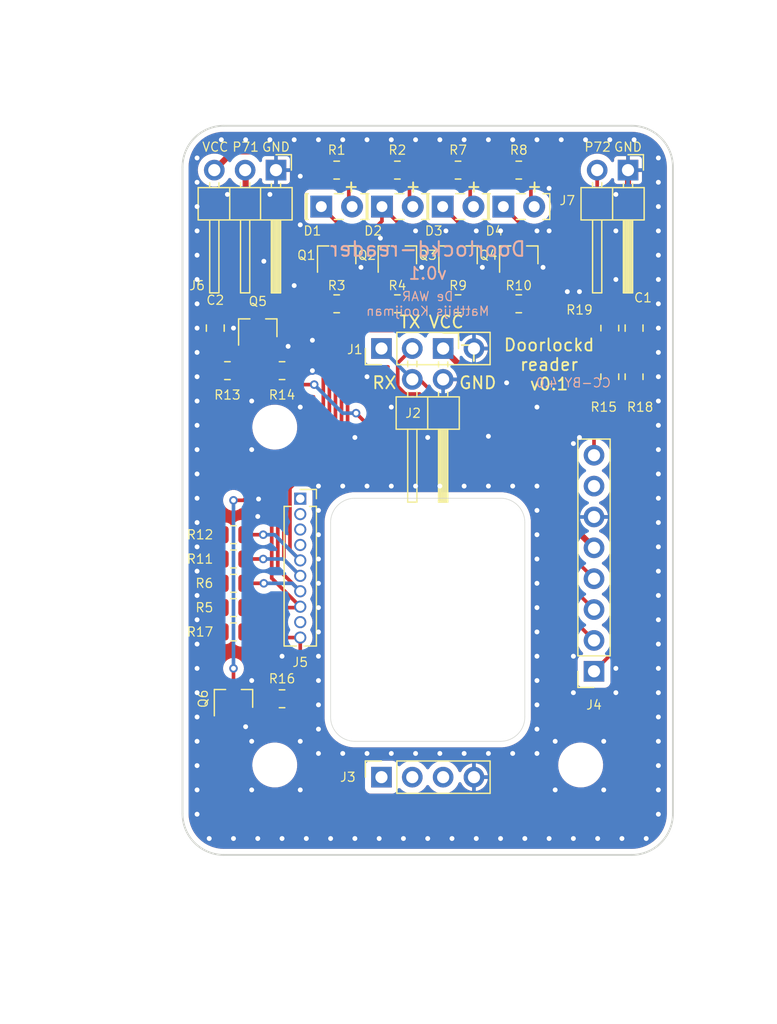
<source format=kicad_pcb>
(kicad_pcb (version 20221018) (generator pcbnew)
  (layers (0 "F.Cu" signal) (31 "B.Cu" power) (34 "B.Paste" user) (35 "F.Paste" user) (36 "B.SilkS" user "B.Silkscreen") (37 "F.SilkS" user "F.Silkscreen") (38 "B.Mask" user) (39 "F.Mask" user) (44 "Edge.Cuts" user))
  (net 0 "")
  (net 1 "GND")
  (net 2 "Net-(D1-K)")
  (net 3 "Net-(D1-A)")
  (net 4 "Net-(D2-K)")
  (net 5 "Net-(D2-A)")
  (net 6 "Net-(D3-K)")
  (net 7 "Net-(D3-A)")
  (net 8 "Net-(D4-K)")
  (net 9 "Net-(D4-A)")
  (net 10 "TX")
  (net 11 "RX")
  (net 12 "TX_SHIFTED")
  (net 13 "RX_SHIFTED")
  (net 14 "RSTOUT_N")
  (net 15 "IRQ")
  (net 16 "P71")
  (net 17 "P72")
  (net 18 "AUX1")
  (net 19 "AUX2")
  (net 20 "P30")
  (net 21 "P31")
  (net 22 "P32")
  (net 23 "P33")
  (net 24 "P34")
  (net 25 "SIGOUT")
  (net 26 "SIGIN")
  (net 27 "RSTPD_N")
  (net 28 "VCC")
  (net 29 "Net-(J6-Pin_2)")
  (net 30 "Net-(Q1-G)")
  (net 31 "Net-(Q2-G)")
  (net 32 "Net-(Q3-G)")
  (net 33 "Net-(Q4-G)")
  (net 34 "Net-(Q5-G)")
  (net 35 "UNUSED_VCC")
  (net 36 "Net-(Q6-G)")
  (net 37 "Net-(C1-Pad1)")
  (net 38 "Net-(J7-Pin_2)")
  (footprint "Capacitor_SMD:C_0805_2012Metric_Pad1.18x1.45mm_HandSolder" (layer "F.Cu") (at 117 78 90)
    (fp_text reference "C1")
    (fp_text value "1uF")
  )
  (footprint "LED_THT:LED_Rectangular_W5.0mm_H2.0mm" (layer "F.Cu") (at 101.23 68)
    (fp_text reference "D3")
    (fp_text value "LED")
  )
  (footprint "LED_THT:LED_Rectangular_W5.0mm_H2.0mm" (layer "F.Cu") (at 91.23 68)
    (fp_text reference "D1")
    (fp_text value "LED")
  )
  (footprint "LED_THT:LED_Rectangular_W5.0mm_H2.0mm" (layer "F.Cu") (at 96.23 68)
    (fp_text reference "D2")
    (fp_text value "LED")
  )
  (footprint "LED_THT:LED_Rectangular_W5.0mm_H2.0mm" (layer "F.Cu") (at 106.23 68)
    (fp_text reference "D4")
    (fp_text value "LED")
  )
  (footprint "Connector_PinSocket_2.54mm:PinSocket_1x04_P2.54mm_Vertical" (layer "F.Cu") (at 96.19 114.95 90)
    (fp_text reference "J3")
    (fp_text value "Conn_01x04")
  )
  (footprint "Connector_PinSocket_2.54mm:PinSocket_1x08_P2.54mm_Vertical" (layer "F.Cu") (at 113.7 106.24 180)
    (fp_text reference "J4")
    (fp_text value "Conn_01x08")
  )
  (footprint "Connector_PinSocket_1.27mm:PinSocket_1x10_P1.27mm_Vertical" (layer "F.Cu") (at 89.5 92.035)
    (fp_text reference "J5")
    (fp_text value "Conn_01x10")
  )
  (footprint "Connector_PinHeader_2.54mm:PinHeader_1x02_P2.54mm_Horizontal" (layer "F.Cu") (at 116.5 65 -90)
    (fp_text reference "J7")
    (fp_text value "Conn_01x02")
  )
  (footprint "Connector_PinHeader_2.54mm:PinHeader_1x03_P2.54mm_Horizontal" (layer "F.Cu") (at 87.5 65 -90)
    (fp_text reference "J6")
    (fp_text value "Conn_01x03")
  )
  (footprint "Package_TO_SOT_SMD:SOT-23" (layer "F.Cu") (at 86 78 90)
    (fp_text reference "Q5")
    (fp_text value "2N7002")
  )
  (footprint "Package_TO_SOT_SMD:SOT-23" (layer "F.Cu") (at 102.5 72 90)
    (fp_text reference "Q3")
    (fp_text value "2N7002")
  )
  (footprint "Package_TO_SOT_SMD:SOT-23" (layer "F.Cu") (at 92.5 72 90)
    (fp_text reference "Q1")
    (fp_text value "2N7002")
  )
  (footprint "Package_TO_SOT_SMD:SOT-23" (layer "F.Cu") (at 97.5 72 90)
    (fp_text reference "Q2")
    (fp_text value "2N7002")
  )
  (footprint "Package_TO_SOT_SMD:SOT-23" (layer "F.Cu") (at 107.5 72 90)
    (fp_text reference "Q4")
    (fp_text value "2N7002")
  )
  (footprint "Resistor_SMD:R_0805_2012Metric_Pad1.20x1.40mm_HandSolder" (layer "F.Cu") (at 88 81.5)
    (fp_text reference "R14")
    (fp_text value "1k")
  )
  (footprint "Resistor_SMD:R_0805_2012Metric_Pad1.20x1.40mm_HandSolder" (layer "F.Cu") (at 83.5 81.5)
    (fp_text reference "R13")
    (fp_text value "1k")
  )
  (footprint "Resistor_SMD:R_0805_2012Metric_Pad1.20x1.40mm_HandSolder" (layer "F.Cu") (at 115 82 90)
    (fp_text reference "R15")
    (fp_text value "100k")
  )
  (footprint "Resistor_SMD:R_0805_2012Metric_Pad1.20x1.40mm_HandSolder" (layer "F.Cu") (at 84 97 180)
    (fp_text reference "R11")
    (fp_text value "1k")
  )
  (footprint "Resistor_SMD:R_0805_2012Metric_Pad1.20x1.40mm_HandSolder" (layer "F.Cu") (at 84 101 180)
    (fp_text reference "R5")
    (fp_text value "1k")
  )
  (footprint "Resistor_SMD:R_0805_2012Metric_Pad1.20x1.40mm_HandSolder" (layer "F.Cu") (at 102.5 76)
    (fp_text reference "R9")
    (fp_text value "1k")
  )
  (footprint "Resistor_SMD:R_0805_2012Metric_Pad1.20x1.40mm_HandSolder" (layer "F.Cu") (at 92.5 76)
    (fp_text reference "R3")
    (fp_text value "1k")
  )
  (footprint "Resistor_SMD:R_0805_2012Metric_Pad1.20x1.40mm_HandSolder" (layer "F.Cu") (at 102.5 65)
    (fp_text reference "R7")
    (fp_text value "200R")
  )
  (footprint "Resistor_SMD:R_0805_2012Metric_Pad1.20x1.40mm_HandSolder" (layer "F.Cu") (at 92.5 65)
    (fp_text reference "R1")
    (fp_text value "100R")
  )
  (footprint "Resistor_SMD:R_0805_2012Metric_Pad1.20x1.40mm_HandSolder" (layer "F.Cu") (at 84 99 180)
    (fp_text reference "R6")
    (fp_text value "1k")
  )
  (footprint "Resistor_SMD:R_0805_2012Metric_Pad1.20x1.40mm_HandSolder" (layer "F.Cu") (at 84 95 180)
    (fp_text reference "R12")
    (fp_text value "1k")
  )
  (footprint "Resistor_SMD:R_0805_2012Metric_Pad1.20x1.40mm_HandSolder" (layer "F.Cu") (at 97.5 76)
    (fp_text reference "R4")
    (fp_text value "1k")
  )
  (footprint "Resistor_SMD:R_0805_2012Metric_Pad1.20x1.40mm_HandSolder" (layer "F.Cu") (at 107.5 76)
    (fp_text reference "R10")
    (fp_text value "1k")
  )
  (footprint "Resistor_SMD:R_0805_2012Metric_Pad1.20x1.40mm_HandSolder" (layer "F.Cu") (at 97.5 65)
    (fp_text reference "R2")
    (fp_text value "100R")
  )
  (footprint "Resistor_SMD:R_0805_2012Metric_Pad1.20x1.40mm_HandSolder" (layer "F.Cu") (at 107.5 65)
    (fp_text reference "R8")
    (fp_text value "100R")
  )
  (footprint "Connector_PinHeader_2.54mm:PinHeader_2x02_P2.54mm_Horizontal" (layer "F.Cu") (at 101.27 79.68 -90)
    (fp_text reference "J2")
    (fp_text value "Amphenol Dubox ‎76383-402LF‎")
  )
  (footprint "MountingHole:MountingHole_3.2mm_M3" (layer "F.Cu") (at 87.4 86.15)
    (fp_text reference "H1" hide)
    (fp_text value "MountingHole")
  )
  (footprint "MountingHole:MountingHole_3.2mm_M3" (layer "F.Cu") (at 87.4 113.95)
    (fp_text reference "H2" hide)
    (fp_text value "MountingHole")
  )
  (footprint "MountingHole:MountingHole_3.2mm_M3" (layer "F.Cu") (at 112.6 113.95)
    (fp_text reference "H3" hide)
    (fp_text value "MountingHole")
  )
  (footprint "Connector_PinHeader_2.54mm:PinHeader_1x04_P2.54mm_Vertical" (layer "F.Cu") (at 96.19 79.68 90)
    (fp_text reference "J1")
    (fp_text value "Conn_01x04")
  )
  (footprint "Package_TO_SOT_SMD:SOT-23" (layer "F.Cu") (at 84 108.5 90)
    (fp_text reference "Q6")
    (fp_text value "2N7002")
  )
  (footprint "Resistor_SMD:R_0805_2012Metric_Pad1.20x1.40mm_HandSolder" (layer "F.Cu") (at 88 108.5)
    (fp_text reference "R16")
    (fp_text value "1k")
  )
  (footprint "Resistor_SMD:R_0805_2012Metric_Pad1.20x1.40mm_HandSolder" (layer "F.Cu") (at 84 103 180)
    (fp_text reference "R17")
    (fp_text value "1k")
  )
  (footprint "Capacitor_SMD:C_0805_2012Metric_Pad1.18x1.45mm_HandSolder" (layer "F.Cu") (at 82.5 78 90)
    (fp_text reference "C2")
    (fp_text value "100n")
  )
  (footprint "Resistor_SMD:R_0805_2012Metric_Pad1.20x1.40mm_HandSolder" (layer "F.Cu") (at 117 82 90)
    (fp_text reference "R18")
    (fp_text value "1k")
  )
  (footprint "Resistor_SMD:R_0805_2012Metric_Pad1.20x1.40mm_HandSolder" (layer "F.Cu") (at 115 78 90)
    (fp_text reference "R19")
    (fp_text value "100R")
  )
  (gr_line (start 103.5 79.4) (end 102.8 79.4) (stroke (width 0.15)) (layer "F.SilkS"))
  (gr_line (start 103.8 80.7) (end 103.8 80.2) (stroke (width 0.15)) (layer "F.SilkS"))
  (gr_line (start 94 92) (end 106 92) (stroke (width 0.05)) (layer "Edge.Cuts"))
  (gr_line (start 83.2 121.35) (end 116.8 121.35) (stroke (width 0.15)) (layer "Edge.Cuts"))
  (gr_arc (start 83.2 121.35) (mid 80.795837 120.354163) (end 79.8 117.95) (stroke (width 0.15)) (layer "Edge.Cuts"))
  (gr_arc (start 120.2 117.95) (mid 119.204163 120.354163) (end 116.8 121.35) (stroke (width 0.15)) (layer "Edge.Cuts"))
  (gr_line (start 79.8 64.75) (end 79.8 117.95) (stroke (width 0.15)) (layer "Edge.Cuts"))
  (gr_line (start 116.8 61.35) (end 83.2 61.35) (stroke (width 0.15)) (layer "Edge.Cuts"))
  (gr_arc (start 116.8 61.35) (mid 119.204163 62.345837) (end 120.2 64.75) (stroke (width 0.15)) (layer "Edge.Cuts"))
  (gr_arc (start 79.8 64.75) (mid 80.795837 62.345837) (end 83.2 61.35) (stroke (width 0.15)) (layer "Edge.Cuts"))
  (gr_line (start 106 112) (end 94 112) (stroke (width 0.05)) (layer "Edge.Cuts"))
  (gr_line (start 108 94) (end 108 110) (stroke (width 0.05)) (layer "Edge.Cuts"))
  (gr_arc (start 108 110) (mid 107.414214 111.414214) (end 106 112) (stroke (width 0.05)) (layer "Edge.Cuts"))
  (gr_arc (start 92 94) (mid 92.585786 92.585786) (end 94 92) (stroke (width 0.05)) (layer "Edge.Cuts"))
  (gr_line (start 120.2 117.95) (end 120.2 64.75) (stroke (width 0.15)) (layer "Edge.Cuts"))
  (gr_arc (start 106 92) (mid 107.414214 92.585786) (end 108 94) (stroke (width 0.05)) (layer "Edge.Cuts"))
  (gr_line (start 92 110) (end 92 94) (stroke (width 0.05)) (layer "Edge.Cuts"))
  (gr_arc (start 94 112) (mid 92.585786 111.414214) (end 92 110) (stroke (width 0.05)) (layer "Edge.Cuts"))
  (gr_text "De WAR\nMatthijs Kooijman" (at 100 76) (layer "B.SilkS") (effects (font (size 0.75 0.75) (thickness 0.1)) (justify mirror)))
  (gr_text "CC-BY 4.0" (at 112 82.5) (layer "B.SilkS") (effects (font (size 0.75 0.75) (thickness 0.1)) (justify mirror)))
  (gr_text "v0.1" (at 100 73.5) (layer "B.SilkS") (effects (font (size 1 1)) (justify mirror)))
  (gr_text "Doorlockd-reader" (at 100 71.5) (layer "B.SilkS") (effects (font (size 1.2 1.2) (thickness 0.17)) (justify mirror)))
  (gr_text "RX" (at 97.5 82.5) (layer "F.SilkS") (effects (font (size 1 1)) (justify right)))
  (gr_text "TX" (at 99.5 77.5) (layer "F.SilkS") (effects (font (size 1 1)) (justify right)))
  (gr_text "VCC" (at 100 77.5) (layer "F.SilkS") (effects (font (size 1 1)) (justify left)))
  (gr_text "GND" (at 116.5 63.1) (layer "F.SilkS") (effects (font (size 0.75 0.75) (thickness 0.1))))
  (gr_text "P72" (at 114 63.1) (layer "F.SilkS") (effects (font (size 0.75 0.75) (thickness 0.1))))
  (gr_text "GND" (at 87.5 63.1) (layer "F.SilkS") (effects (font (size 0.75 0.75) (thickness 0.1))))
  (gr_text "VCC" (at 82.5 63.1) (layer "F.SilkS") (effects (font (size 0.75 0.75) (thickness 0.1))))
  (gr_text "P71" (at 85 63.1) (layer "F.SilkS") (effects (font (size 0.75 0.75) (thickness 0.1))))
  (gr_text "Doorlockd\nreader\nv0.1" (at 110 81) (layer "F.SilkS") (effects (font (size 1 1))))
  (gr_text "+" (at 108.8 66.9) (layer "F.SilkS") (effects (font (size 1 1)) (justify bottom)))
  (gr_text "GND" (at 102.5 82.5) (layer "F.SilkS") (effects (font (size 1 1)) (justify left)))
  (gr_text "+" (at 103.8 66.9) (layer "F.SilkS") (effects (font (size 1 1)) (justify bottom)))
  (gr_text "+" (at 98.8 66.9) (layer "F.SilkS") (effects (font (size 1 1)) (justify bottom)))
  (gr_text "+" (at 93.7 66.9) (layer "F.SilkS") (effects (font (size 1 1)) (justify bottom)))
  (segment (start 89 80) (end 89 81.5) (width 0.5) (layer "F.Cu") (net 1))
  (segment (start 88 79) (end 88.5 79.5) (width 0.5) (layer "F.Cu") (net 1))
  (segment (start 88.5 79.5) (end 89 80) (width 0.5) (layer "F.Cu") (net 1))
  (segment (start 86.95 79) (end 88 79) (width 0.5) (layer "F.Cu") (net 1))
  (segment (start 84.95 109.5) (end 84.95 110.75) (width 0.5) (layer "F.Cu") (net 1))
  (segment (start 84.95 110.75) (end 85 110.8) (width 0.5) (layer "F.Cu") (net 1))
  (segment (start 98.45 73) (end 98.5 73) (width 0.5) (layer "F.Cu") (net 1))
  (segment (start 116.5 73) (end 117 73.5) (width 0.5) (layer "F.Cu") (net 1))
  (segment (start 117 73.5) (end 117 76.9625) (width 0.5) (layer "F.Cu") (net 1))
  (segment (start 93.45 73) (end 94.5 73) (width 0.5) (layer "F.Cu") (net 1))
  (segment (start 98.5 73) (end 99.5 73) (width 0.5) (layer "F.Cu") (net 1))
  (segment (start 116.5 65) (end 116.5 73) (width 0.5) (layer "F.Cu") (net 1))
  (segment (start 108.45 73) (end 109.5 73) (width 0.5) (layer "F.Cu") (net 1))
  (segment (start 103.45 73) (end 104.5 73) (width 0.5) (layer "F.Cu") (net 1))
  (via (at 81 94) (size 0.7) (drill 0.4) (layers "F.Cu" "B.Cu") (net 1))
  (via (at 91 111) (size 0.7) (drill 0.4) (layers "F.Cu" "B.Cu") (net 1))
  (via (at 91 101) (size 0.7) (drill 0.4) (layers "F.Cu" "B.Cu") (net 1))
  (via (at 116 120) (size 0.7) (drill 0.4) (layers "F.Cu" "B.Cu") (net 1))
  (via (at 119 88) (size 0.7) (drill 0.4) (layers "F.Cu" "B.Cu") (net 1))
  (via (at 95 62.5) (size 0.7) (drill 0.4) (layers "F.Cu" "B.Cu") (net 1))
  (via (at 96 120) (size 0.7) (drill 0.4) (layers "F.Cu" "B.Cu") (net 1))
  (via (at 107 62.5) (size 0.7) (drill 0.4) (layers "F.Cu" "B.Cu") (net 1))
  (via (at 83 62.5) (size 0.7) (drill 0.4) (layers "F.Cu" "B.Cu") (net 1))
  (via (at 95 91) (size 0.7) (drill 0.4) (layers "F.Cu" "B.Cu") (net 1))
  (via (at 93 62.5) (size 0.7) (drill 0.4) (layers "F.Cu" "B.Cu") (net 1))
  (via (at 85.5 112) (size 0.7) (drill 0.4) (layers "F.Cu" "B.Cu") (net 1))
  (via (at 109 103) (size 0.7) (drill 0.4) (layers "F.Cu" "B.Cu") (net 1))
  (via (at 108 120) (size 0.7) (drill 0.4) (layers "F.Cu" "B.Cu") (net 1))
  (via (at 106 120) (size 0.7) (drill 0.4) (layers "F.Cu" "B.Cu") (net 1))
  (via (at 81 114) (size 0.7) (drill 0.4) (layers "F.Cu" "B.Cu") (net 1))
  (via (at 81 116) (size 0.7) (drill 0.4) (layers "F.Cu" "B.Cu") (net 1))
  (via (at 119 110) (size 0.7) (drill 0.4) (layers "F.Cu" "B.Cu") (net 1))
  (via (at 104 120) (size 0.7) (drill 0.4) (layers "F.Cu" "B.Cu") (net 1))
  (via (at 81 118) (size 0.7) (drill 0.4) (layers "F.Cu" "B.Cu") (net 1))
  (via (at 115.5 74) (size 0.7) (drill 0.4) (layers "F.Cu" "B.Cu") (net 1))
  (via (at 119 66) (size 0.7) (drill 0.4) (layers "F.Cu" "B.Cu") (net 1))
  (via (at 100 120) (size 0.7) (drill 0.4) (layers "F.Cu" "B.Cu") (net 1))
  (via (at 119 84) (size 0.7) (drill 0.4) (layers "F.Cu" "B.Cu") (net 1))
  (via (at 88 120) (size 0.7) (drill 0.4) (layers "F.Cu" "B.Cu") (net 1))
  (via (at 89 74.5) (size 0.7) (drill 0.4) (layers "F.Cu" "B.Cu") (net 1))
  (via (at 84 120) (size 0.7) (drill 0.4) (layers "F.Cu" "B.Cu") (net 1))
  (via (at 119 96) (size 0.7) (drill 0.4) (layers "F.Cu" "B.Cu") (net 1))
  (via (at 91 103) (size 0.7) (drill 0.4) (layers "F.Cu" "B.Cu") (net 1))
  (via (at 112 105) (size 0.7) (drill 0.4) (layers "F.Cu" "B.Cu") (net 1))
  (via (at 102 120) (size 0.7) (drill 0.4) (layers "F.Cu" "B.Cu") (net 1))
  (via (at 119 92) (size 0.7) (drill 0.4) (layers "F.Cu" "B.Cu") (net 1))
  (via (at 81 80) (size 0.7) (drill 0.4) (layers "F.Cu" "B.Cu") (net 1))
  (via (at 119 74) (size 0.7) (drill 0.4) (layers "F.Cu" "B.Cu") (net 1))
  (via (at 94 120) (size 0.7) (drill 0.4) (layers "F.Cu" "B.Cu") (net 1))
  (via (at 81 82) (size 0.7) (drill 0.4) (layers "F.Cu" "B.Cu") (net 1))
  (via (at 109 99) (size 0.7) (drill 0.4) (layers "F.Cu" "B.Cu") (net 1))
  (via (at 88.5 79.5) (size 0.7) (drill 0.4) (layers "F.Cu" "B.Cu") (net 1))
  (via (at 92 120) (size 0.7) (drill 0.4) (layers "F.Cu" "B.Cu") (net 1))
  (via (at 101 62.5) (size 0.7) (drill 0.4) (layers "F.Cu" "B.Cu") (net 1))
  (via (at 103 62.5) (size 0.7) (drill 0.4) (layers "F.Cu" "B.Cu") (net 1))
  (via (at 109 107) (size 0.7) (drill 0.4) (layers "F.Cu" "B.Cu") (net 1))
  (via (at 109 62.5) (size 0.7) (drill 0.4) (layers "F.Cu" "B.Cu") (net 1))
  (via (at 99 62.5) (size 0.7) (drill 0.4) (layers "F.Cu" "B.Cu") (net 1))
  (via (at 104 70) (size 0.7) (drill 0.4) (layers "F.Cu" "B.Cu") (net 1))
  (via (at 96.1 70.6) (size 0.7) (drill 0.4) (layers "F.Cu" "B.Cu") (net 1))
  (via (at 81 86) (size 0.7) (drill 0.4) (layers "F.Cu" "B.Cu") (net 1))
  (via (at 81 104) (size 0.7) (drill 0.4) (layers "F.Cu" "B.Cu") (net 1))
  (via (at 85 62.5) (size 0.7) (drill 0.4) (layers "F.Cu" "B.Cu") (net 1))
  (via (at 101 91) (size 0.7) (drill 0.4) (layers "F.Cu" "B.Cu") (net 1))
  (via (at 119 64) (size 0.7) (drill 0.4) (layers "F.Cu" "B.Cu") (net 1))
  (via (at 115.5 70) (size 0.7) (drill 0.4) (layers "F.Cu" "B.Cu") (net 1))
  (via (at 89.5 112) (size 0.7) (drill 0.4) (layers "F.Cu" "B.Cu") (net 1))
  (via (at 89.5 84.5) (size 0.7) (drill 0.4) (layers "F.Cu" "B.Cu") (net 1))
  (via (at 81 96) (size 0.7) (drill 0.4) (layers "F.Cu" "B.Cu") (net 1))
  (via (at 101 113) (size 0.7) (drill 0.4) (layers "F.Cu" "B.Cu") (net 1))
  (via (at 99 70) (size 0.7) (drill 0.4) (layers "F.Cu" "B.Cu") (net 1))
  (via (at 109 93) (size 0.7) (drill 0.4) (layers "F.Cu" "B.Cu") (net 1))
  (via (at 119 70) (size 0.7) (drill 0.4) (layers "F.Cu" "B.Cu") (net 1))
  (via (at 85.5 84) (size 0.7) (drill 0.4) (layers "F.Cu" "B.Cu") (net 1))
  (via (at 112 120) (size 0.7) (drill 0.4) (layers "F.Cu" "B.Cu") (net 1))
  (via (at 112 87.5) (size 0.7) (drill 0.4) (layers "F.Cu" "B.Cu") (net 1))
  (via (at 119 100) (size 0.7) (drill 0.4) (layers "F.Cu" "B.Cu") (net 1))
  (via (at 91 95) (size 0.7) (drill 0.4) (layers "F.Cu" "B.Cu") (net 1))
  (via (at 85.5 116) (size 0.7) (drill 0.4) (layers "F.Cu" "B.Cu") (net 1))
  (via (at 82 120) (size 0.7) (drill 0.4) (layers "F.Cu" "B.Cu") (net 1))
  (via (at 86.5 72.5) (size 0.7) (drill 0.4) (layers "F.Cu" "B.Cu") (net 1))
  (via (at 119 72) (size 0.7) (drill 0.4) (layers "F.Cu" "B.Cu") (net 1))
  (via (at 114.5 112) (size 0.7) (drill 0.4) (layers "F.Cu" "B.Cu") (net 1))
  (via (at 114.5 116) (size 0.7) (drill 0.4) (layers "F.Cu" "B.Cu") (net 1))
  (via (at 119 82) (size 0.7) (drill 0.4) (layers "F.Cu" "B.Cu") (net 1))
  (via (at 100 87) (size 0.7) (drill 0.4) (layers "F.Cu" "B.Cu") (net 1))
  (via (at 81 106) (size 0.7) (drill 0.4) (layers "F.Cu" "B.Cu") (net 1))
  (via (at 84 78) (size 0.7) (drill 0.4) (layers "F.Cu" "B.Cu") (net 1))
  (via (at 115.5 67) (size 0.7) (drill 0.4) (layers "F.Cu" "B.Cu") (net 1))
  (via (at 119 78) (size 0.7) (drill 0.4) (layers "F.Cu" "B.Cu") (net 1))
  (via (at 109.5 73) (size 0.7) (drill 0.4) (layers "F.Cu" "B.Cu") (net 1))
  (via (at 81 92) (size 0.7) (drill 0.4) (layers "F.Cu" "B.Cu") (net 1))
  (via (at 119 98) (size 0.7) (drill 0.4) (layers "F.Cu" "B.Cu") (net 1))
  (via (at 110 66.5) (size 0.7) (drill 0.4) (layers "F.Cu" "B.Cu") (net 1))
  (via (at 109 97) (size 0.7) (drill 0.4) (layers "F.Cu" "B.Cu") (net 1))
  (via (at 109 105) (size 0.7) (drill 0.4) (layers "F.Cu" "B.Cu") (net 1))
  (via (at 97 91) (size 0.7) (drill 0.4) (layers "F.Cu" "B.Cu") (net 1))
  (via (at 105 86.9) (size 0.7) (drill 0.4) (layers "F.Cu" "B.Cu") (net 1))
  (via (at 81 110) (size 0.7) (drill 0.4) (layers "F.Cu" "B.Cu") (net 1))
  (via (at 94 87) (size 0.7) (drill 0.4) (layers "F.Cu" "B.Cu") (net 1))
  (via (at 119 94) (size 0.7) (drill 0.4) (layers "F.Cu" "B.Cu") (net 1))
  (via (at 86.065686 92.065686) (size 0.7) (drill 0.4) (layers "F.Cu" "B.Cu") (net 1))
  (via (at 103 91) (size 0.7) (drill 0.4) (layers "F.Cu" "B.Cu") (net 1))
  (via (at 81 78) (size 0.7) (drill 0.4) (layers "F.Cu" "B.Cu") (net 1))
  (via (at 98 120) (size 0.7) (drill 0.4) (layers "F.Cu" "B.Cu") (net 1))
  (via (at 99 91) (size 0.7) (drill 0.4) (layers "F.Cu" "B.Cu") (net 1))
  (via (at 89 62.5) (size 0.7) (drill 0.4) (layers "F.Cu" "B.Cu") (net 1))
  (via (at 86 120) (size 0.7) (drill 0.4) (layers "F.Cu" "B.Cu") (net 1))
  (via (at 110 120) (size 0.7) (drill 0.4) (layers "F.Cu" "B.Cu") (net 1))
  (via (at 105 113) (size 0.7) (drill 0.4) (layers "F.Cu" "B.Cu") (net 1))
  (via (at 91 91) (size 0.7) (drill 0.4) (layers "F.Cu" "B.Cu") (net 1))
  (via (at 109 101) (size 0.7) (drill 0.4) (layers "F.Cu" "B.Cu") (net 1))
  (via (at 81 74) (size 0.7) (drill 0.4) (layers "F.Cu" "B.Cu") (net 1))
  (via (at 81 84) (size 0.7) (drill 0.4) (layers "F.Cu" "B.Cu") (net 1))
  (via (at 81 112) (size 0.7) (drill 0.4) (layers "F.Cu" "B.Cu") (net 1))
  (via (at 119 118) (size 0.7) (drill 0.4) (layers "F.Cu" "B.Cu") (net 1))
  (via (at 119 68) (size 0.7) (drill 0.4) (layers "F.Cu" "B.Cu") (net 1))
  (via (at 109 70) (size 0.7) (drill 0.4) (layers "F.Cu" "B.Cu") (net 1))
  (via (at 119 86) (size 0.7) (drill 0.4) (layers "F.Cu" "B.Cu") (net 1))
  (via (at 112.5 75) (size 0.7) (drill 0.4) (layers "F.Cu" "B.Cu") (net 1))
  (via (at 114 120) (size 0.7) (drill 0.4) (layers "F.Cu" "B.Cu") (net 1))
  (via (at 107 113) (size 0.7) (drill 0.4) (layers "F.Cu" "B.Cu") (net 1))
  (via (at 107 91) (size 0.7) (drill 0.4) (layers "F.Cu" "B.Cu") (net 1))
  (via (at 119 116) (size 0.7) (drill 0.4) (layers "F.Cu" "B.Cu") (net 1))
  (via (at 110 70) (size 0.7) (drill 0.4) (layers "F.Cu" "B.Cu") (net 1))
  (via (at 117 62.5) (size 0.7) (drill 0.4) (layers "F.Cu" "B.Cu") (net 1))
  (via (at 91 105) (size 0.7) (drill 0.4) (layers "F.Cu" "B.Cu") (net 1))
  (via (at 90 120) (size 0.7) (drill 0.4) (layers "F.Cu" "B.Cu") (net 1))
  (via (at 89.5 65.5) (size 0.7) (drill 0.4) (layers "F.Cu" "B.Cu") (net 1))
  (via (at 81 70) (size 0.7) (drill 0.4) (layers "F.Cu" "B.Cu") (net 1))
  (via (at 81 68) (size 0.7) (drill 0.4) (layers "F.Cu" "B.Cu") (net 1))
  (via (at 90.5 79) (size 0.7) (drill 0.4) (layers "F.Cu" "B.Cu") (net 1))
  (via (at 95 82) (size 0.7) (drill 0.4) (layers "F.Cu" "B.Cu") (net 1))
  (via (at 97 62.5) (size 0.7) (drill 0.4) (layers "F.Cu" "B.Cu") (net 1))
  (via (at 119 114) (size 0.7) (drill 0.4) (layers "F.Cu" "B.Cu") (net 1))
  (via (at 91 107) (size 0.7) (drill 0.4) (layers "F.Cu" "B.Cu") (net 1))
  (via (at 119 104) (size 0.7) (drill 0.4) (layers "F.Cu" "B.Cu") (net 1))
  (via (at 111.5 75) (size 0.7) (drill 0.4) (layers "F.Cu" "B.Cu") (net 1))
  (via (at 81 100) (size 0.7) (drill 0.4) (layers "F.Cu" "B.Cu") (net 1))
  (via (at 118 120) (size 0.7) (drill 0.4) (layers "F.Cu" "B.Cu") (net 1))
  (via (at 119 90) (size 0.7) (drill 0.4) (layers "F.Cu" "B.Cu") (net 1))
  (via (at 113 62.5) (size 0.7) (drill 0.4) (layers "F.Cu" "B.Cu") (net 1))
  (via (at 85.5 107) (size 0.7) (drill 0.4) (layers "F.Cu" "B.Cu") (net 1))
  (via (at 115.5 108) (size 0.7) (drill 0.4) (layers "F.Cu" "B.Cu") (net 1))
  (via (at 97 113) (size 0.7) (drill 0.4) (layers "F.Cu" "B.Cu") (net 1))
  (via (at 109 109) (size 0.7) (drill 0.4) (layers "F.Cu" "B.Cu") (net 1))
  (via (at 94.5 73) (size 0.7) (drill 0.4) (layers "F.Cu" "B.Cu") (net 1))
  (via (at 91 113) (size 0.7) (drill 0.4) (layers "F.Cu" "B.Cu") (net 1))
  (via (at 91 97) (size 0.7) (drill 0.4) (layers "F.Cu" "B.Cu") (net 1))
  (via (at 85.5 88) (size 0.7) (drill 0.4) (layers "F.Cu" "B.Cu") (net 1))
  (via (at 110.5 116) (size 0.7) (drill 0.4) (layers "F.Cu" "B.Cu") (net 1))
  (via (at 119 112) (size 0.7) (drill 0.4) (layers "F.Cu" "B.Cu") (net 1))
  (via (at 119 76) (size 0.7) (drill 0.4) (layers "F.Cu" "B.Cu") (net 1))
  (via (at 112.5 87) (size 0.7) (drill 0.4) (layers "F.Cu" "B.Cu") (net 1))
  (via (at 119 102) (size 0.7) (drill 0.4) (layers "F.Cu" "B.Cu") (net 1))
  (via (at 97 84.5) (size 0.7) (drill 0.4) (layers "F.Cu" "B.Cu") (net 1))
  (via (at 112 108) (size 0.7) (drill 0.4) (layers "F.Cu" "B.Cu") (net 1))
  (via (at 119 80) (size 0.7) (drill 0.4) (layers "F.Cu" "B.Cu") (net 1))
  (via (at 109 84.5) (size 0.7) (drill 0.4) (layers "F.Cu" "B.Cu") (net 1))
  (via (at 106.5 82.5) (size 0.7) (drill 0.4) (layers "F.Cu" "B.Cu") (net 1))
  (via (at 85 110.8) (size 0.7) (drill 0.4) (layers "F.Cu" "B.Cu") (net 1))
  (via (at 109 111) (size 0.7) (drill 0.4) (layers "F.Cu" "B.Cu") (net 1))
  (via (at 81 72) (size 0.7) (drill 0.4) (layers "F.Cu" "B.Cu") (net 1))
  (via (at 109 91) (size 0.7) (drill 0.4) (layers "F.Cu" "B.Cu") (net 1))
  (via (at 93 91) (size 0.7) (drill 0.4) (layers "F.Cu" "B.Cu") (net 1))
  (via (at 109 95) (size 0.7) (drill 0.4) (layers "F.Cu" "B.Cu") (net 1))
  (via (at 89.5 116) (size 0.7) (drill 0.4) (layers "F.Cu" "B.Cu") (net 1))
  (via (at 81 102) (size 0.7) (drill 0.4) (layers "F.Cu" "B.Cu") (net 1))
  (via (at 109 113) (size 0.7) (drill 0.4) (layers "F.Cu" "B.Cu") (net 1))
  (via (at 105 91) (size 0.7) (drill 0.4) (layers "F.Cu" "B.Cu") (net 1))
  (via (at 81 108) (size 0.7) (drill 0.4) (layers "F.Cu" "B.Cu") (net 1))
  (via (at 119 106) (size 0.7) (drill 0.4) (layers "F.Cu" "B.Cu") (net 1))
  (via (at 91 62.5) (size 0.7) (drill 0.4) (layers "F.Cu" "B.Cu") (net 1))
  (via (at 88 105) (size 0.7) (drill 0.4) (layers "F.Cu" "B.Cu") (net 1))
  (via (at 81 98) (size 0.7) (drill 0.4) (layers "F.Cu" "B.Cu") (net 1))
  (via (at 91 109) (size 0.7) (drill 0.4) (layers "F.Cu" "B.Cu") (net 1))
  (via (at 103 113) (size 0.7) (drill 0.4) (layers "F.Cu" "B.Cu") (net 1))
  (via (at 87 62.5) (size 0.7) (drill 0.4) (layers "F.Cu" "B.Cu") (net 1))
  (via (at 87 67) (size 0.7) (drill 0.4) (layers "F.Cu" "B.Cu") (net 1))
  (via (at 86 93.5) (size 0.7) (drill 0.4) (layers "F.Cu" "B.Cu") (net 1))
  (via (at 110.5 112) (size 0.7) (drill 0.4) (layers "F.Cu" "B.Cu") (net 1))
  (via (at 81 88) (size 0.7) (drill 0.4) (layers "F.Cu" "B.Cu") (net 1))
  (via (at 81 66) (size 0.7) (drill 0.4) (layers "F.Cu" "B.Cu") (net 1))
  (via (at 105 62.5) (size 0.7) (drill 0.4) (layers "F.Cu" "B.Cu") (net 1))
  (via (at 101.5 70) (size 0.7) (drill 0.4) (layers "F.Cu" "B.Cu") (net 1))
  (via (at 81 64) (size 0.7) (drill 0.4) (layers "F.Cu" "B.Cu") (net 1))
  (via (at 106 70) (size 0.7) (drill 0.4) (layers "F.Cu" "B.Cu") (net 1))
  (via (at 81 90) (size 0.7) (drill 0.4) (layers "F.Cu" "B.Cu") (net 1))
  (via (at 111 62.5) (size 0.7) (drill 0.4) (layers "F.Cu" "B.Cu") (net 1))
  (via (at 119 108) (size 0.7) (drill 0.4) (layers "F.Cu" "B.Cu") (net 1))
  (via (at 104.5 73) (size 0.7) (drill 0.4) (layers "F.Cu" "B.Cu") (net 1))
  (via (at 91 93) (size 0.7) (drill 0.4) (layers "F.Cu" "B.Cu") (net 1))
  (via (at 90.5 81.5) (size 0.7) (drill 0.4) (layers "F.Cu" "B.Cu") (net 1))
  (via (at 93 113) (size 0.7) (drill 0.4) (layers "F.Cu" "B.Cu") (net 1))
  (via (at 81 76) (size 0.7) (drill 0.4) (layers "F.Cu" "B.Cu") (net 1))
  (via (at 91 99) (size 0.7) (drill 0.4) (layers "F.Cu" "B.Cu") (net 1))
  (via (at 115 62.5) (size 0.7) (drill 0.4) (layers "F.Cu" "B.Cu") (net 1))
  (via (at 115.5 106) (size 0.7) (drill 0.4) (layers "F.Cu" "B.Cu") (net 1))
  (via (at 99 113) (size 0.7) (drill 0.4) (layers "F.Cu" "B.Cu") (net 1))
  (via (at 89.5 69.5) (size 0.7) (drill 0.4) (layers "F.Cu" "B.Cu") (net 1))
  (via (at 99.5 73) (size 0.7) (drill 0.4) (layers "F.Cu" "B.Cu") (net 1))
  (via (at 95 113) (size 0.7) (drill 0.4) (layers "F.Cu" "B.Cu") (net 1))
  (via (at 83.5 67) (size 0.7) (drill 0.4) (layers "F.Cu" "B.Cu") (net 1))
  (segment (start 92.5 71) (end 92.5 69.27) (width 0.3) (layer "F.Cu") (net 2))
  (segment (start 92.5 69.27) (end 91.23 68) (width 0.3) (layer "F.Cu") (net 2))
  (segment (start 93.5 67.73) (end 93.77 68) (width 0.3) (layer "F.Cu") (net 3))
  (segment (start 93.5 65) (end 93.5 67.73) (width 0.3) (layer "F.Cu") (net 3))
  (segment (start 91.399957 77.555413) (end 91.399957 85.600043) (width 0.3) (layer "F.Cu") (net 4))
  (segment (start 90.2 72.869998) (end 90.2 76.348546) (width 0.3) (layer "F.Cu") (net 4))
  (segment (start 96.23 69.2) (end 93.629999 71.800001) (width 0.3) (layer "F.Cu") (net 4))
  (segment (start 84.82848 92.17152) (end 84 92.17152) (width 0.3) (layer "F.Cu") (net 4))
  (segment (start 90.55 76.705456) (end 91.399957 77.555413) (width 0.3) (layer "F.Cu") (net 4))
  (segment (start 96.23 68) (end 96.23 69.2) (width 0.3) (layer "F.Cu") (net 4))
  (segment (start 93.629999 71.800001) (end 91.269997 71.800001) (width 0.3) (layer "F.Cu") (net 4))
  (segment (start 90.55 76.698546) (end 90.55 76.705456) (width 0.3) (layer "F.Cu") (net 4))
  (segment (start 91.399957 85.600043) (end 84.82848 92.17152) (width 0.3) (layer "F.Cu") (net 4))
  (segment (start 84 107.5) (end 84 106) (width 0.3) (layer "F.Cu") (net 4))
  (segment (start 91.269997 71.800001) (end 90.2 72.869998) (width 0.3) (layer "F.Cu") (net 4))
  (segment (start 97.5 69.27) (end 96.23 68) (width 0.3) (layer "F.Cu") (net 4))
  (segment (start 97.5 71) (end 97.5 69.27) (width 0.3) (layer "F.Cu") (net 4))
  (segment (start 90.2 76.348546) (end 90.55 76.698546) (width 0.3) (layer "F.Cu") (net 4))
  (via (at 84 106) (size 0.7) (drill 0.4) (layers "F.Cu" "B.Cu") (net 4))
  (via (at 84 92.17152) (size 0.7) (drill 0.4) (layers "F.Cu" "B.Cu") (net 4))
  (segment (start 84 106) (end 84 92.17152) (width 0.3) (layer "B.Cu") (net 4))
  (segment (start 98.5 67.73) (end 98.77 68) (width 0.3) (layer "F.Cu") (net 5))
  (segment (start 98.5 65) (end 98.5 67.73) (width 0.3) (layer "F.Cu") (net 5))
  (segment (start 102.5 69.27) (end 101.23 68) (width 0.3) (layer "F.Cu") (net 6))
  (segment (start 102.5 71) (end 102.5 69.27) (width 0.3) (layer "F.Cu") (net 6))
  (segment (start 103.5 67.73) (end 103.77 68) (width 0.3) (layer "F.Cu") (net 7))
  (segment (start 103.5 65) (end 103.5 67.73) (width 0.3) (layer "F.Cu") (net 7))
  (segment (start 107.5 69.27) (end 106.23 68) (width 0.3) (layer "F.Cu") (net 8))
  (segment (start 107.5 71) (end 107.5 69.27) (width 0.3) (layer "F.Cu") (net 8))
  (segment (start 108.5 65) (end 108.5 67.73) (width 0.3) (layer "F.Cu") (net 9))
  (segment (start 108.5 67.73) (end 108.77 68) (width 0.3) (layer "F.Cu") (net 9))
  (segment (start 99.327121 83.420001) (end 98.153999 83.420001) (width 0.3) (layer "F.Cu") (net 10))
  (segment (start 110.74999 90.242868) (end 105.707142 85.20002) (width 0.3) (layer "F.Cu") (net 10))
  (segment (start 98.153999 83.420001) (end 97.529999 82.796001) (width 0.3) (layer "F.Cu") (net 10))
  (segment (start 97.529999 80.880001) (end 98.73 79.68) (width 0.3) (layer "F.Cu") (net 10))
  (segment (start 97.529999 82.796001) (end 97.529999 80.880001) (width 0.3) (layer "F.Cu") (net 10))
  (segment (start 110.74999 98.20999) (end 110.74999 90.242868) (width 0.3) (layer "F.Cu") (net 10))
  (segment (start 105.707142 85.20002) (end 101.107139 85.200019) (width 0.3) (layer "F.Cu") (net 10))
  (segment (start 101.107139 85.200019) (end 99.327121 83.420001) (width 0.3) (layer "F.Cu") (net 10))
  (segment (start 113.7 101.16) (end 110.74999 98.20999) (width 0.3) (layer "F.Cu") (net 10))
  (segment (start 111.250001 90.035757) (end 105.914254 84.70001) (width 0.3) (layer "F.Cu") (net 11))
  (segment (start 113.7 98.62) (end 111.250001 96.170001) (width 0.3) (layer "F.Cu") (net 11))
  (segment (start 111.250001 96.170001) (end 111.250001 90.035757) (width 0.3) (layer "F.Cu") (net 11))
  (segment (start 105.914254 84.70001) (end 101.80001 84.70001) (width 0.3) (layer "F.Cu") (net 11))
  (segment (start 101.80001 84.70001) (end 99.32 82.22) (width 0.3) (layer "F.Cu") (net 11))
  (segment (start 99.32 82.22) (end 98.73 82.22) (width 0.3) (layer "F.Cu") (net 11))
  (segment (start 98.73 82.22) (end 96.19 79.68) (width 0.3) (layer "B.Cu") (net 11))
  (segment (start 115 84) (end 113.7 85.3) (width 0.3) (layer "F.Cu") (net 14))
  (segment (start 113.7 85.3) (end 113.7 88.46) (width 0.3) (layer "F.Cu") (net 14))
  (segment (start 115 83) (end 115 84) (width 0.3) (layer "F.Cu") (net 14))
  (segment (start 100.90003 85.70003) (end 94.80003 85.70003) (width 0.3) (layer "F.Cu") (net 16))
  (segment (start 87 81.5) (end 88.150006 82.650006) (width 0.3) (layer "F.Cu") (net 16))
  (segment (start 110.249979 100.249979) (end 113.7 103.7) (width 0.3) (layer "F.Cu") (net 16))
  (segment (start 100.90003 85.70003) (end 105.50003 85.70003) (width 0.3) (layer "F.Cu") (net 16))
  (segment (start 110.249979 90.449979) (end 110.249979 100.249979) (width 0.3) (layer "F.Cu") (net 16))
  (segment (start 94.80003 85.70003) (end 94.1 85) (width 0.3) (layer "F.Cu") (net 16))
  (segment (start 105.50003 85.70003) (end 110.249979 90.449979) (width 0.3) (layer "F.Cu") (net 16))
  (segment (start 88.150006 82.650006) (end 90.650006 82.650006) (width 0.3) (layer "F.Cu") (net 16))
  (segment (start 87 81.5) (end 84.5 81.5) (width 0.3) (layer "F.Cu") (net 16))
  (via (at 90.650006 82.650006) (size 0.7) (drill 0.4) (layers "F.Cu" "B.Cu") (net 16))
  (via (at 94.1 85) (size 0.7) (drill 0.4) (layers "F.Cu" "B.Cu") (net 16))
  (segment (start 94.1 85) (end 93 85) (width 0.3) (layer "B.Cu") (net 16))
  (segment (start 93 85) (end 90.650006 82.650006) (width 0.3) (layer "B.Cu") (net 16))
  (segment (start 117 102.94) (end 113.7 106.24) (width 0.3) (layer "F.Cu") (net 17))
  (segment (start 117 83) (end 117 102.94) (width 0.3) (layer "F.Cu") (net 17))
  (segment (start 89.5 103.465) (end 85.465 103.465) (width 0.3) (layer "F.Cu") (net 18))
  (segment (start 85.465 103.465) (end 85 103) (width 0.3) (layer "F.Cu") (net 18))
  (segment (start 89.5 108) (end 89 108.5) (width 0.3) (layer "F.Cu") (net 18))
  (segment (start 89.5 103.465) (end 89.5 108) (width 0.3) (layer "F.Cu") (net 18))
  (segment (start 89.425 101) (end 89.5 100.925) (width 0.3) (layer "F.Cu") (net 20))
  (segment (start 91.899967 78.100033) (end 93.5 76.5) (width 0.3) (layer "F.Cu") (net 20))
  (segment (start 91.899967 85.185567) (end 91.899967 78.100033) (width 0.3) (layer "F.Cu") (net 20))
  (segment (start 87.149967 90.557139) (end 91.899957 85.807149) (width 0.3) (layer "F.Cu") (net 20))
  (segment (start 87.149967 98.574967) (end 87.149967 90.557139) (width 0.3) (layer "F.Cu") (net 20))
  (segment (start 85 101) (end 89.425 101) (width 0.3) (layer "F.Cu") (net 20))
  (segment (start 89.5 100.925) (end 87.149967 98.574967) (width 0.3) (layer "F.Cu") (net 20))
  (segment (start 91.899957 85.807149) (end 91.899957 85.185577) (width 0.3) (layer "F.Cu") (net 20))
  (segment (start 91.899957 85.185577) (end 91.899967 85.185567) (width 0.3) (layer "F.Cu") (net 20))
  (segment (start 92.399957 86.014255) (end 92.399957 85.392683) (width 0.3) (layer "F.Cu") (net 21))
  (segment (start 85 99) (end 86.5 99) (width 0.3) (layer "F.Cu") (net 21))
  (segment (start 87.649978 90.764234) (end 92.399957 86.014255) (width 0.3) (layer "F.Cu") (net 21))
  (segment (start 89.5 99.655) (end 87.649978 97.804978) (width 0.3) (layer "F.Cu") (net 21))
  (segment (start 94.507122 77.2) (end 97.3 77.2) (width 0.3) (layer "F.Cu") (net 21))
  (segment (start 92.399978 79.307144) (end 94.507122 77.2) (width 0.3) (layer "F.Cu") (net 21))
  (segment (start 92.399978 85.392662) (end 92.399978 79.307144) (width 0.3) (layer "F.Cu") (net 21))
  (segment (start 92.399957 85.392683) (end 92.399978 85.392662) (width 0.3) (layer "F.Cu") (net 21))
  (segment (start 87.649978 97.804978) (end 87.649978 90.764234) (width 0.3) (layer "F.Cu") (net 21))
  (segment (start 97.3 77.2) (end 98.5 76) (width 0.3) (layer "F.Cu") (net 21))
  (via (at 86.5 99) (size 0.7) (drill 0.4) (layers "F.Cu" "B.Cu") (net 21))
  (segment (start 88.845 99) (end 89.5 99.655) (width 0.3) (layer "B.Cu") (net 21))
  (segment (start 86.5 99) (end 88.845 99) (width 0.3) (layer "B.Cu") (net 21))
  (segment (start 88.14999 90.971328) (end 88.14999 97.03499) (width 0.3) (layer "F.Cu") (net 22))
  (segment (start 92.899957 85.599791) (end 92.899957 86.221362) (width 0.3) (layer "F.Cu") (net 22))
  (segment (start 88.14999 97.03499) (end 89.5 98.385) (width 0.3) (layer "F.Cu") (net 22))
  (segment (start 103.5 76) (end 103.5 76.699999) (width 0.3) (layer "F.Cu") (net 22))
  (segment (start 92.899989 85.599759) (end 92.899957 85.599791) (width 0.3) (layer "F.Cu") (net 22))
  (segment (start 102.499988 77.700011) (end 94.714233 77.700011) (width 0.3) (layer "F.Cu") (net 22))
  (segment (start 92.899989 79.514255) (end 92.899989 85.599759) (width 0.3) (layer "F.Cu") (net 22))
  (segment (start 94.714233 77.700011) (end 92.899989 79.514255) (width 0.3) (layer "F.Cu") (net 22))
  (segment (start 92.899957 86.221362) (end 88.14999 90.971328) (width 0.3) (layer "F.Cu") (net 22))
  (segment (start 103.5 76.699999) (end 102.499988 77.700011) (width 0.3) (layer "F.Cu") (net 22))
  (segment (start 85 97) (end 86.449958 97) (width 0.3) (layer "F.Cu") (net 22))
  (via (at 86.449958 97) (size 0.7) (drill 0.4) (layers "F.Cu" "B.Cu") (net 22))
  (segment (start 88.115 97) (end 86.449958 97) (width 0.3) (layer "B.Cu") (net 22))
  (segment (start 89.5 98.385) (end 88.115 97) (width 0.3) (layer "B.Cu") (net 22))
  (segment (start 107.559998 78.2) (end 108.5 77.259998) (width 0.3) (layer "F.Cu") (net 23))
  (segment (start 93.4 86.428424) (end 93.4 79.721366) (width 0.3) (layer "F.Cu") (net 23))
  (segment (start 85 95) (end 86.449958 95) (width 0.3) (layer "F.Cu") (net 23))
  (segment (start 88.649999 96.264999) (end 88.649999 91.178425) (width 0.3) (layer "F.Cu") (net 23))
  (segment (start 108.5 77.259998) (end 108.5 76.5) (width 0.3) (layer "F.Cu") (net 23))
  (segment (start 102.707105 78.2) (end 107.559998 78.2) (width 0.3) (layer "F.Cu") (net 23))
  (segment (start 89.5 97.115) (end 88.649999 96.264999) (width 0.3) (layer "F.Cu") (net 23))
  (segment (start 88.649999 91.178425) (end 93.4 86.428424) (width 0.3) (layer "F.Cu") (net 23))
  (segment (start 93.4 79.721366) (end 94.921355 78.200011) (width 0.3) (layer "F.Cu") (net 23))
  (segment (start 94.921355 78.200011) (end 102.707095 78.200011) (width 0.3) (layer "F.Cu") (net 23))
  (segment (start 102.707095 78.200011) (end 102.707105 78.2) (width 0.3) (layer "F.Cu") (net 23))
  (via (at 86.449958 95) (size 0.7) (drill 0.4) (layers "F.Cu" "B.Cu") (net 23))
  (segment (start 89.5 97.115) (end 87.385 95) (width 0.3) (layer "B.Cu") (net 23))
  (segment (start 87.385 95) (end 86.449958 95) (width 0.3) (layer "B.Cu") (net 23))
  (segment (start 83.96 63.46) (end 82.42 65) (width 0.5) (layer "F.Cu") (net 28))
  (segment (start 106.5 65) (end 106.568612 65) (width 0.5) (layer "F.Cu") (net 28))
  (segment (start 96.5 65) (end 97.75001 63.74999) (width 0.5) (layer "F.Cu") (net 28))
  (segment (start 101.27 79.68) (end 102.670001 81.080001) (width 0.5) (layer "F.Cu") (net 28))
  (segment (start 103.237895 81.647895) (end 105.283493 81.647895) (width 0.5) (layer "F.Cu") (net 28))
  (segment (start 103.852104 81.647895) (end 103.237895 81.647895) (width 0.5) (layer "F.Cu") (net 28))
  (segment (start 102.670001 81.080001) (end 103.237895 81.647895) (width 0.5) (layer "F.Cu") (net 28))
  (segment (start 107.181388 79.75) (end 107.365694 79.565694) (width 0.5) (layer "F.Cu") (net 28))
  (segment (start 110.64999 63.74999) (end 111.4 64.5) (width 0.5) (layer "F.Cu") (net 28))
  (segment (start 97.75001 63.74999) (end 92.75001 63.74999) (width 0.5) (layer "F.Cu") (net 28))
  (segment (start 105.283493 81.647895) (end 107.181388 79.75) (width 0.5) (layer "F.Cu") (net 28))
  (segment (start 88.75001 63.74999) (end 88.75 63.75) (width 0.5) (layer "F.Cu") (net 28))
  (segment (start 102.75001 63.74999) (end 97.75001 63.74999) (width 0.5) (layer "F.Cu") (net 28))
  (segment (start 106.568612 65) (end 107.818622 63.74999) (width 0.5) (layer "F.Cu") (net 28))
  (segment (start 88.75 63.75) (end 88.46 63.46) (width 0.5) (layer "F.Cu") (net 28))
  (segment (start 111.950012 94.330012) (end 111.950012 89.745803) (width 0.5) (layer "F.Cu") (net 28))
  (segment (start 111.4 73.2) (end 111.4 64.5) (width 0.5) (layer "F.Cu") (net 28))
  (segment (start 111.950012 89.745803) (end 103.852104 81.647895) (width 0.5) (layer "F.Cu") (net 28))
  (segment (start 107.334306 79.565694) (end 107.1 79.8) (width 0.5) (layer "F.Cu") (net 28))
  (segment (start 102.75001 63.74999) (end 101.5 65) (width 0.5) (layer "F.Cu") (net 28))
  (segment (start 107.365694 79.565694) (end 109.865694 77.065694) (width 0.5) (layer "F.Cu") (net 28))
  (segment (start 109.865694 74.734306) (end 111.4 73.2) (width 0.5) (layer "F.Cu") (net 28))
  (segment (start 107.365694 79.565694) (end 107.334306 79.565694) (width 0.5) (layer "F.Cu") (net 28))
  (segment (start 109.865694 77.065694) (end 109.865694 74.734306) (width 0.5) (layer "F.Cu") (net 28))
  (segment (start 91.5 65) (end 92.75001 63.74999) (width 0.5) (layer "F.Cu") (net 28))
  (segment (start 92.75001 63.74999) (end 88.75001 63.74999) (width 0.5) (layer "F.Cu") (net 28))
  (segment (start 88.46 63.46) (end 83.96 63.46) (width 0.5) (layer "F.Cu") (net 28))
  (segment (start 107.818622 63.74999) (end 110.64999 63.74999) (width 0.5) (layer "F.Cu") (net 28))
  (segment (start 107.818622 63.74999) (end 102.75001 63.74999) (width 0.5) (layer "F.Cu") (net 28))
  (segment (start 113.7 96.08) (end 111.950012 94.330012) (width 0.5) (layer "F.Cu") (net 28))
  (segment (start 86 77) (end 85 76) (width 0.5) (layer "F.Cu") (net 29))
  (segment (start 85 65.04) (end 84.96 65) (width 0.5) (layer "F.Cu") (net 29))
  (segment (start 85 76) (end 85 65.04) (width 0.5) (layer "F.Cu") (net 29))
  (segment (start 91.55 76.45) (end 91.5 76.5) (width 0.3) (layer "F.Cu") (net 30))
  (segment (start 91.55 73) (end 91.55 76.45) (width 0.3) (layer "F.Cu") (net 30))
  (segment (start 91.55 73) (end 91.55 75.95) (width 0.3) (layer "F.Cu") (net 30))
  (segment (start 91.55 75.95) (end 91.5 76) (width 0.3) (layer "F.Cu") (net 30))
  (segment (start 96.5 73.05) (end 96.55 73) (width 0.3) (layer "F.Cu") (net 31))
  (segment (start 96.5 76) (end 96.5 73.05) (width 0.3) (layer "F.Cu") (net 31))
  (segment (start 96.55 76.45) (end 96.5 76.5) (width 0.3) (layer "F.Cu") (net 31))
  (segment (start 96.55 73) (end 96.55 76.45) (width 0.3) (layer "F.Cu") (net 31))
  (segment (start 101.5 73.05) (end 101.55 73) (width 0.3) (layer "F.Cu") (net 32))
  (segment (start 101.55 76.45) (end 101.5 76.5) (width 0.3) (layer "F.Cu") (net 32))
  (segment (start 101.55 73) (end 101.55 76.45) (width 0.3) (layer "F.Cu") (net 32))
  (segment (start 101.5 76) (end 101.5 73.05) (width 0.3) (layer "F.Cu") (net 32))
  (segment (start 106.55 73) (end 106.55 75.95) (width 0.3) (layer "F.Cu") (net 33))
  (segment (start 106.55 73) (end 106.55 76.45) (width 0.3) (layer "F.Cu") (net 33))
  (segment (start 106.55 75.95) (end 106.5 76) (width 0.3) (layer "F.Cu") (net 33))
  (segment (start 106.55 76.45) (end 106.5 76.5) (width 0.3) (layer "F.Cu") (net 33))
  (segment (start 85.0125 79.0375) (end 85.05 79) (width 0.3) (layer "F.Cu") (net 34))
  (segment (start 82.5 79.0375) (end 85.0125 79.0375) (width 0.3) (layer "F.Cu") (net 34))
  (segment (start 82.5 79.0375) (end 82.5 81.5) (width 0.3) (layer "F.Cu") (net 34))
  (segment (start 85 79) (end 85.05 79) (width 0.3) (layer "F.Cu") (net 34))
  (segment (start 84.05 108.5) (end 83.05 109.5) (width 0.3) (layer "F.Cu") (net 36))
  (segment (start 87 108.5) (end 84.05 108.5) (width 0.3) (layer "F.Cu") (net 36))
  (segment (start 117 81) (end 117 79.0375) (width 0.3) (layer "F.Cu") (net 37))
  (segment (start 115 81) (end 117 81) (width 0.3) (layer "F.Cu") (net 37))
  (segment (start 115 81) (end 115 79) (width 0.3) (layer "F.Cu") (net 37))
  (segment (start 113.96 73.591371) (end 115 74.631371) (width 0.3) (layer "F.Cu") (net 38))
  (segment (start 115 74.631371) (end 115 77) (width 0.3) (layer "F.Cu") (net 38))
  (segment (start 113.96 65) (end 113.96 73.591371) (width 0.3) (layer "F.Cu") (net 38))
  (zone (net 1) (net_name "GND") (layer "F.Cu") (connect_pads (clearance 0.508)) (min_thickness 0.254) (fill yes (thermal_gap 0.3) (thermal_bridge_width 0.3))
    (polygon (pts (xy 120.5 121.5) (xy 79.5 121.5) (xy 79.5 61) (xy 120.5 61)))
  )
  (zone (net 1) (net_name "GND") (layer "B.Cu") (connect_pads (clearance 0.508)) (min_thickness 0.254) (fill yes (thermal_gap 0.3) (thermal_bridge_width 0.3))
    (polygon (pts (xy 120.5 121.5) (xy 79.5 121.5) (xy 79.5 61) (xy 120.5 61)))
  )
)
</source>
